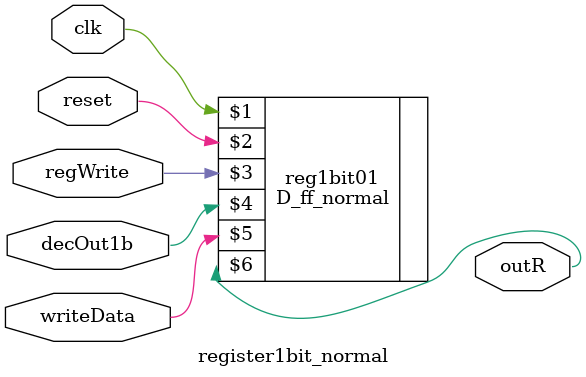
<source format=v>

module register1bit_normal(input clk, input reset, input regWrite, input decOut1b, input writeData, output  outR);
	D_ff_normal reg1bit01(clk, reset, regWrite, decOut1b, writeData, outR);
endmodule
</source>
